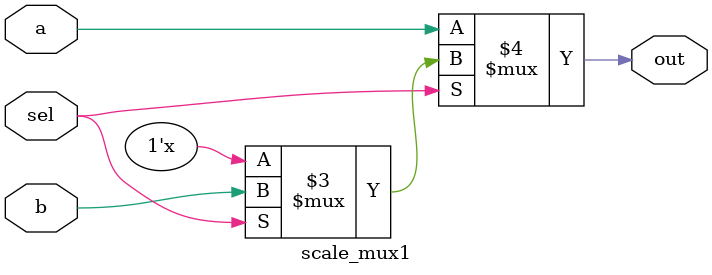
<source format=v>
`timescale 1ns / 100ps
module scale_mux1(out, a, b, sel);
// `include "params.v"
parameter width=1;
output [width-1:0] out;
input [width-1:0] a,b;
input sel;

// reg [width-1:0] out;

assign out = ( sel == 'b0) ? a : ( sel == 'b1) ? b : {width{1'bx}};
initial $display("\n\t executing scale_mux1 \n");


endmodule

</source>
